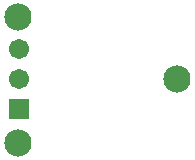
<source format=gbs>
G04 Layer_Color=16711935*
%FSAX25Y25*%
%MOIN*%
G70*
G01*
G75*
%ADD18C,0.09068*%
%ADD19C,0.06706*%
%ADD20R,0.06706X0.06706*%
D18*
X0259980Y0370118D02*
D03*
Y0328386D02*
D03*
X0312736Y0349449D02*
D03*
D19*
X0260177Y0359449D02*
D03*
Y0349449D02*
D03*
D20*
Y0339449D02*
D03*
M02*

</source>
